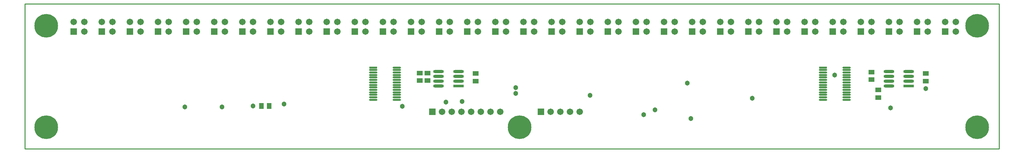
<source format=gts>
%FSLAX25Y25*%
%MOIN*%
G70*
G01*
G75*
G04 Layer_Color=16777215*
%ADD10R,0.03937X0.05118*%
%ADD11R,0.05118X0.03937*%
%ADD12O,0.10236X0.02362*%
%ADD13R,0.10236X0.02362*%
%ADD14R,0.07677X0.01378*%
%ADD15O,0.07677X0.01378*%
%ADD16C,0.01000*%
%ADD17C,0.01300*%
%ADD18C,0.03000*%
%ADD19C,0.02000*%
%ADD20R,0.05906X0.05906*%
%ADD21C,0.05906*%
%ADD22R,0.05906X0.05906*%
%ADD23C,0.05906*%
%ADD24C,0.04331*%
%ADD25C,0.23622*%
%ADD26C,0.01500*%
%ADD27R,0.04737X0.05918*%
%ADD28R,0.05918X0.04737*%
%ADD29O,0.11036X0.03162*%
%ADD30R,0.11036X0.03162*%
%ADD31R,0.08477X0.02178*%
%ADD32O,0.08477X0.02178*%
%ADD33R,0.06706X0.06706*%
%ADD34C,0.06706*%
%ADD35R,0.06706X0.06706*%
%ADD36C,0.06706*%
%ADD37C,0.05131*%
%ADD38C,0.24422*%
D16*
X155000Y347500D02*
Y497500D01*
Y347500D02*
X1160000D01*
Y497500D01*
X155000D02*
X1160000D01*
D27*
X399063Y392000D02*
D03*
X406937D02*
D03*
D28*
X620000Y417563D02*
D03*
X562500Y418063D02*
D03*
Y425937D02*
D03*
X620000Y425437D02*
D03*
X1028500Y419063D02*
D03*
Y426937D02*
D03*
X1084500Y417563D02*
D03*
Y425437D02*
D03*
X570500Y418063D02*
D03*
Y425937D02*
D03*
X1035500Y408437D02*
D03*
Y400563D02*
D03*
D29*
X602236Y417500D02*
D03*
X581764Y427500D02*
D03*
Y422500D02*
D03*
Y417500D02*
D03*
Y412500D02*
D03*
X602236Y427500D02*
D03*
Y422500D02*
D03*
X1046264Y427500D02*
D03*
Y422500D02*
D03*
Y417500D02*
D03*
Y412500D02*
D03*
X1066736Y427500D02*
D03*
Y422500D02*
D03*
Y417500D02*
D03*
D30*
X602236Y412500D02*
D03*
X1066736D02*
D03*
D31*
X514394Y431634D02*
D03*
X978394D02*
D03*
D32*
X514394Y429075D02*
D03*
Y426516D02*
D03*
Y423957D02*
D03*
Y421398D02*
D03*
Y418839D02*
D03*
Y416280D02*
D03*
Y413721D02*
D03*
Y411161D02*
D03*
Y408602D02*
D03*
Y406043D02*
D03*
Y403484D02*
D03*
Y400925D02*
D03*
Y398366D02*
D03*
X538606Y431634D02*
D03*
Y429075D02*
D03*
Y426516D02*
D03*
Y423957D02*
D03*
Y421398D02*
D03*
Y418839D02*
D03*
Y416280D02*
D03*
Y413721D02*
D03*
Y411161D02*
D03*
Y408602D02*
D03*
Y406043D02*
D03*
Y403484D02*
D03*
Y400925D02*
D03*
Y398366D02*
D03*
X978394Y429075D02*
D03*
Y426516D02*
D03*
Y423957D02*
D03*
Y421398D02*
D03*
Y418839D02*
D03*
Y416280D02*
D03*
Y413721D02*
D03*
Y411161D02*
D03*
Y408602D02*
D03*
Y406043D02*
D03*
Y403484D02*
D03*
Y400925D02*
D03*
Y398366D02*
D03*
X1002606Y431634D02*
D03*
Y429075D02*
D03*
Y426516D02*
D03*
Y423957D02*
D03*
Y421398D02*
D03*
Y418839D02*
D03*
Y416280D02*
D03*
Y413721D02*
D03*
Y411161D02*
D03*
Y408602D02*
D03*
Y406043D02*
D03*
Y403484D02*
D03*
Y400925D02*
D03*
Y398366D02*
D03*
D33*
X687500Y386000D02*
D03*
X575500D02*
D03*
D34*
X697500D02*
D03*
X707500D02*
D03*
X717500D02*
D03*
X727500D02*
D03*
X645500D02*
D03*
X635500D02*
D03*
X625500D02*
D03*
X615500D02*
D03*
X605500D02*
D03*
X595500D02*
D03*
X585500D02*
D03*
D35*
X1104488Y469000D02*
D03*
X1075488D02*
D03*
X1046488D02*
D03*
X1017488D02*
D03*
X988488D02*
D03*
X959488D02*
D03*
X930488D02*
D03*
X901488D02*
D03*
X872488D02*
D03*
X843488D02*
D03*
X814488D02*
D03*
X785488D02*
D03*
X756488D02*
D03*
X727488D02*
D03*
X698488D02*
D03*
X669488D02*
D03*
X640488D02*
D03*
X611488D02*
D03*
X582488D02*
D03*
X553488D02*
D03*
X524488D02*
D03*
X495488D02*
D03*
X466488D02*
D03*
X437488D02*
D03*
X379488D02*
D03*
X350488D02*
D03*
X321488D02*
D03*
X292488D02*
D03*
X263488D02*
D03*
X234488D02*
D03*
X205488D02*
D03*
X408488D02*
D03*
D36*
X1104488Y479000D02*
D03*
X1115512Y469000D02*
D03*
Y479000D02*
D03*
X1075488D02*
D03*
X1086512Y469000D02*
D03*
Y479000D02*
D03*
X1046488D02*
D03*
X1057512Y469000D02*
D03*
Y479000D02*
D03*
X1017488D02*
D03*
X1028512Y469000D02*
D03*
Y479000D02*
D03*
X988488D02*
D03*
X999512Y469000D02*
D03*
Y479000D02*
D03*
X959488D02*
D03*
X970512Y469000D02*
D03*
Y479000D02*
D03*
X930488D02*
D03*
X941512Y469000D02*
D03*
Y479000D02*
D03*
X901488D02*
D03*
X912512Y469000D02*
D03*
Y479000D02*
D03*
X872488D02*
D03*
X883512Y469000D02*
D03*
Y479000D02*
D03*
X843488D02*
D03*
X854512Y469000D02*
D03*
Y479000D02*
D03*
X814488D02*
D03*
X825512Y469000D02*
D03*
Y479000D02*
D03*
X785488D02*
D03*
X796512Y469000D02*
D03*
Y479000D02*
D03*
X756488D02*
D03*
X767512Y469000D02*
D03*
Y479000D02*
D03*
X727488D02*
D03*
X738512Y469000D02*
D03*
Y479000D02*
D03*
X698488D02*
D03*
X709512Y469000D02*
D03*
Y479000D02*
D03*
X669488D02*
D03*
X680512Y469000D02*
D03*
Y479000D02*
D03*
X640488D02*
D03*
X651512Y469000D02*
D03*
Y479000D02*
D03*
X611488D02*
D03*
X622512Y469000D02*
D03*
Y479000D02*
D03*
X582488D02*
D03*
X593512Y469000D02*
D03*
Y479000D02*
D03*
X553488D02*
D03*
X564512Y469000D02*
D03*
Y479000D02*
D03*
X524488D02*
D03*
X535512Y469000D02*
D03*
Y479000D02*
D03*
X495488D02*
D03*
X506512Y469000D02*
D03*
Y479000D02*
D03*
X466488D02*
D03*
X477512Y469000D02*
D03*
Y479000D02*
D03*
X437488D02*
D03*
X448512Y469000D02*
D03*
Y479000D02*
D03*
X379488D02*
D03*
X390512Y469000D02*
D03*
Y479000D02*
D03*
X350488D02*
D03*
X361512Y469000D02*
D03*
Y479000D02*
D03*
X321488D02*
D03*
X332512Y469000D02*
D03*
Y479000D02*
D03*
X292488D02*
D03*
X303512Y469000D02*
D03*
Y479000D02*
D03*
X263488D02*
D03*
X274512Y469000D02*
D03*
Y479000D02*
D03*
X234488D02*
D03*
X245512Y469000D02*
D03*
Y479000D02*
D03*
X205488D02*
D03*
X216512Y469000D02*
D03*
Y479000D02*
D03*
X408488D02*
D03*
X419512Y469000D02*
D03*
Y479000D02*
D03*
D37*
X320000Y391000D02*
D03*
X838500Y415500D02*
D03*
X990457Y423957D02*
D03*
X1084500Y410000D02*
D03*
X422500Y394000D02*
D03*
X1048000Y390000D02*
D03*
X905500Y400000D02*
D03*
X390500Y392000D02*
D03*
X358500Y391000D02*
D03*
X544500Y391500D02*
D03*
X589500Y396000D02*
D03*
X661500Y411000D02*
D03*
Y405000D02*
D03*
X606000Y396500D02*
D03*
X738000Y403000D02*
D03*
X842000Y379000D02*
D03*
X793500Y383000D02*
D03*
X805000Y388000D02*
D03*
D38*
X177000Y475000D02*
D03*
Y370000D02*
D03*
X665500D02*
D03*
X1137500Y475000D02*
D03*
Y370000D02*
D03*
M02*

</source>
